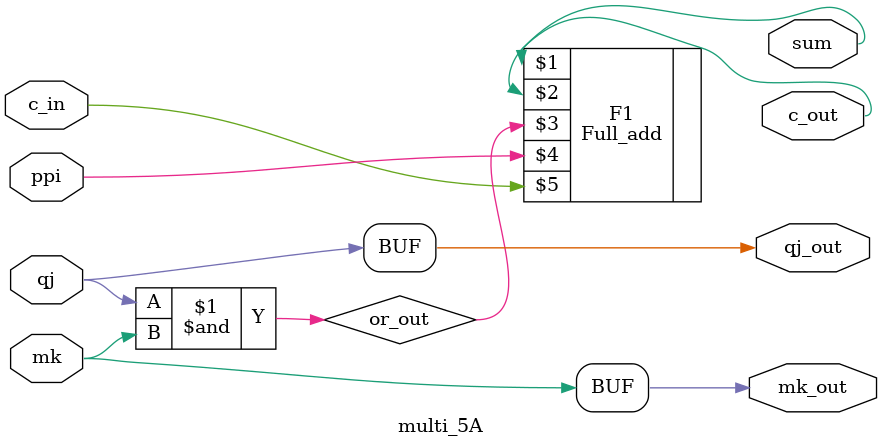
<source format=v>
`timescale 1ns / 1ps
module multi_5A(c_out, sum, mk_out, qj_out, mk, qj, c_in, ppi);
	output mk_out, qj_out, sum, c_out;
	input qj, mk, c_in, ppi;
	wire or_out;
	
	and (or_out, qj, mk);
	and (mk_out, mk, mk);
	and (qj_out, qj, qj);
	
	Full_add F1(sum, c_out, or_out, ppi, c_in);

endmodule

</source>
